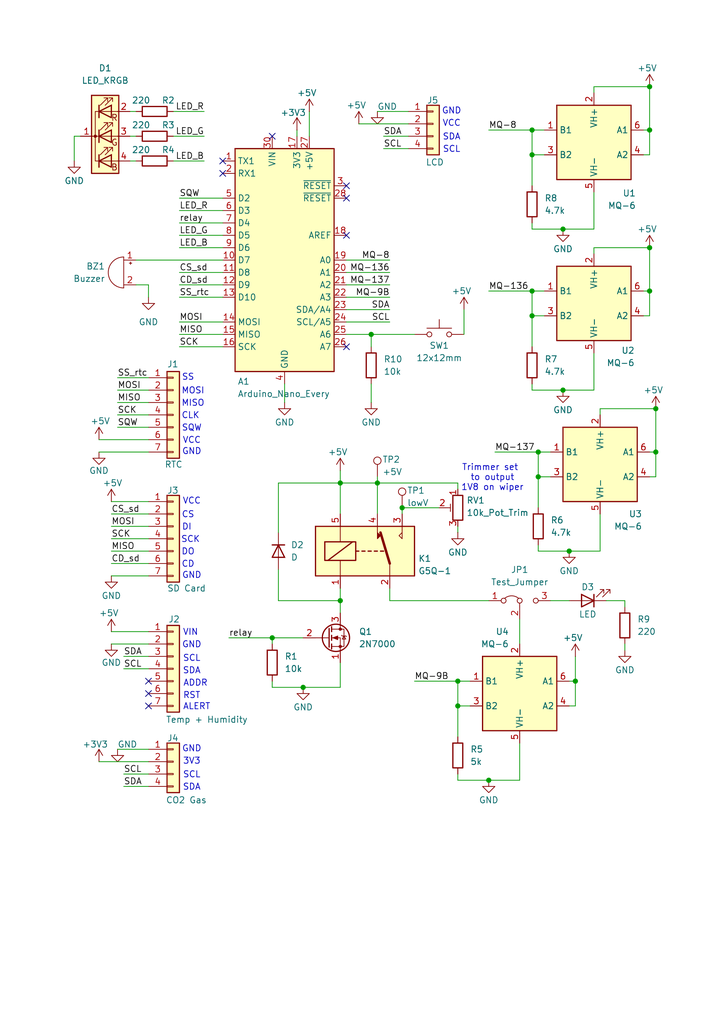
<source format=kicad_sch>
(kicad_sch (version 20231120) (generator "eeschema") (generator_version "8.0")
  (paper "A5" portrait)
  (title_block (title "Environmental Safety Logger") (date "2024-10-31") (rev "A") (company "FAST Research") (comment 1 "Cameron K. Brooks"))
  (lib_symbols
    (symbol "Connector:TestPoint" (pin_numbers hide) (pin_names (offset 0.762) hide)
      (property "Reference" "TP" (at 0 6.858 0))
      (property "Value" "TestPoint" (at 0 5.08 0))
      (symbol "TestPoint_0_1"
        (circle (center 0 3.302) (radius 0.762))
      )
      (symbol "TestPoint_1_1"
        (pin passive line (at 0 0 90) (length 2.54) (name "1") (number "1"))
      )
    )
    (symbol "Connector_Generic:Conn_01x04" (pin_names (offset 1.016) hide)
      (property "Reference" "J" (at 0 5.08 0))
      (property "Value" "Conn_01x04" (at 0 -7.62 0))
      (symbol "Conn_01x04_1_1"
        (rectangle (start -1.27 -4.953) (end 0 -5.207) (stroke (width 0.1524)))
        (rectangle (start -1.27 -2.413) (end 0 -2.667) (stroke (width 0.1524)))
        (rectangle (start -1.27 0.127) (end 0 -0.127) (stroke (width 0.1524)))
        (rectangle (start -1.27 2.667) (end 0 2.413) (stroke (width 0.1524)))
        (rectangle (start -1.27 3.81) (end 1.27 -6.35) (stroke (width 0.254)) (fill (type background)))
        (pin passive line (at -5.08 2.54 0) (length 3.81) (name "Pin_1") (number "1"))
        (pin passive line (at -5.08 0 0) (length 3.81) (name "Pin_2") (number "2"))
        (pin passive line (at -5.08 -2.54 0) (length 3.81) (name "Pin_3") (number "3"))
        (pin passive line (at -5.08 -5.08 0) (length 3.81) (name "Pin_4") (number "4"))
      )
    )
    (symbol "Connector_Generic:Conn_01x07" (pin_names (offset 1.016) hide)
      (property "Reference" "J" (at 0 10.16 0))
      (property "Value" "Conn_01x07" (at 0 -10.16 0))
      (symbol "Conn_01x07_1_1"
        (rectangle (start -1.27 -7.493) (end 0 -7.747) (stroke (width 0.1524)))
        (rectangle (start -1.27 -4.953) (end 0 -5.207) (stroke (width 0.1524)))
        (rectangle (start -1.27 -2.413) (end 0 -2.667) (stroke (width 0.1524)))
        (rectangle (start -1.27 0.127) (end 0 -0.127) (stroke (width 0.1524)))
        (rectangle (start -1.27 2.667) (end 0 2.413) (stroke (width 0.1524)))
        (rectangle (start -1.27 5.207) (end 0 4.953) (stroke (width 0.1524)))
        (rectangle (start -1.27 7.747) (end 0 7.493) (stroke (width 0.1524)))
        (rectangle (start -1.27 8.89) (end 1.27 -8.89) (stroke (width 0.254)) (fill (type background)))
        (pin passive line (at -5.08 7.62 0) (length 3.81) (name "Pin_1") (number "1"))
        (pin passive line (at -5.08 5.08 0) (length 3.81) (name "Pin_2") (number "2"))
        (pin passive line (at -5.08 2.54 0) (length 3.81) (name "Pin_3") (number "3"))
        (pin passive line (at -5.08 0 0) (length 3.81) (name "Pin_4") (number "4"))
        (pin passive line (at -5.08 -2.54 0) (length 3.81) (name "Pin_5") (number "5"))
        (pin passive line (at -5.08 -5.08 0) (length 3.81) (name "Pin_6") (number "6"))
        (pin passive line (at -5.08 -7.62 0) (length 3.81) (name "Pin_7") (number "7"))
      )
    )
    (symbol "Device:Buzzer" (pin_names (offset 0.0254) hide)
      (property "Reference" "BZ" (at 3.81 1.27 0))
      (property "Value" "Buzzer" (at 3.81 -1.27 0))
      (symbol "Buzzer_0_1"
        (arc (start 0 -3.175) (mid 3.1612 0) (end 0 3.175))
        (polyline (pts (xy -1.651 1.905) (xy -1.143 1.905)))
        (polyline (pts (xy -1.397 2.159) (xy -1.397 1.651)))
        (polyline (pts (xy 0 3.175) (xy 0 -3.175)))
      )
      (symbol "Buzzer_1_1"
        (pin passive line (at -2.54 2.54 0) (length 2.54) (name "+") (number "1"))
        (pin passive line (at -2.54 -2.54 0) (length 2.54) (name "-") (number "2"))
      )
    )
    (symbol "Device:D" (pin_numbers hide) (pin_names (offset 1.016) hide)
      (property "Reference" "D" (at 0 2.54 0))
      (property "Value" "D" (at 0 -2.54 0))
      (symbol "D_0_1"
        (polyline (pts (xy -1.27 1.27) (xy -1.27 -1.27)) (stroke (width 0.254)))
        (polyline (pts (xy 1.27 0) (xy -1.27 0)))
        (polyline (pts (xy 1.27 1.27) (xy 1.27 -1.27) (xy -1.27 0) (xy 1.27 1.27)) (stroke (width 0.254)))
      )
      (symbol "D_1_1"
        (pin passive line (at -3.81 0 0) (length 2.54) (name "K") (number "1"))
        (pin passive line (at 3.81 0 180) (length 2.54) (name "A") (number "2"))
      )
    )
    (symbol "Device:LED" (pin_numbers hide) (pin_names (offset 1.016) hide)
      (property "Reference" "D" (at 0 2.54 0))
      (property "Value" "LED" (at 0 -2.54 0))
      (symbol "LED_0_1"
        (polyline (pts (xy -1.27 -1.27) (xy -1.27 1.27)) (stroke (width 0.254)))
        (polyline (pts (xy -1.27 0) (xy 1.27 0)))
        (polyline (pts (xy 1.27 -1.27) (xy 1.27 1.27) (xy -1.27 0) (xy 1.27 -1.27)) (stroke (width 0.254)))
        (polyline (pts (xy -3.048 -0.762) (xy -4.572 -2.286) (xy -3.81 -2.286) (xy -4.572 -2.286) (xy -4.572 -1.524)))
        (polyline (pts (xy -1.778 -0.762) (xy -3.302 -2.286) (xy -2.54 -2.286) (xy -3.302 -2.286) (xy -3.302 -1.524)))
      )
      (symbol "LED_1_1"
        (pin passive line (at -3.81 0 0) (length 2.54) (name "K") (number "1"))
        (pin passive line (at 3.81 0 180) (length 2.54) (name "A") (number "2"))
      )
    )
    (symbol "Device:LED_KRGB" (pin_names (offset 0) hide)
      (property "Reference" "D" (at 0 9.398 0))
      (property "Value" "LED_KRGB" (at 0 -8.89 0))
      (symbol "LED_KRGB_0_0"
        (text "B" (at 1.905 -6.35 0) (effects (font (size 1.27 1.27))))
        (text "G" (at 1.905 -1.27 0) (effects (font (size 1.27 1.27))))
        (text "R" (at 1.905 3.81 0) (effects (font (size 1.27 1.27))))
      )
      (symbol "LED_KRGB_0_1"
        (circle (center -2.032 0) (radius 0.254) (fill (type outline)))
        (polyline (pts (xy -1.27 -5.08) (xy 1.27 -5.08)))
        (polyline (pts (xy -1.27 -3.81) (xy -1.27 -6.35)) (stroke (width 0.254)))
        (polyline (pts (xy -1.27 0) (xy -2.54 0)))
        (polyline (pts (xy -1.27 1.27) (xy -1.27 -1.27)) (stroke (width 0.254)))
        (polyline (pts (xy -1.27 5.08) (xy 1.27 5.08)))
        (polyline (pts (xy -1.27 6.35) (xy -1.27 3.81)) (stroke (width 0.254)))
        (polyline (pts (xy 1.27 -5.08) (xy 2.54 -5.08)))
        (polyline (pts (xy 1.27 0) (xy -1.27 0)))
        (polyline (pts (xy 1.27 0) (xy 2.54 0)))
        (polyline (pts (xy 1.27 5.08) (xy 2.54 5.08)))
        (polyline (pts (xy -1.27 1.27) (xy -1.27 -1.27) (xy -1.27 -1.27)))
        (polyline (pts (xy -1.27 6.35) (xy -1.27 3.81) (xy -1.27 3.81)))
        (polyline (pts (xy -1.27 5.08) (xy -2.032 5.08) (xy -2.032 -5.08) (xy -1.016 -5.08)))
        (polyline (pts (xy 1.27 -3.81) (xy 1.27 -6.35) (xy -1.27 -5.08) (xy 1.27 -3.81)) (stroke (width 0.254)))
        (polyline (pts (xy 1.27 1.27) (xy 1.27 -1.27) (xy -1.27 0) (xy 1.27 1.27)) (stroke (width 0.254)))
        (polyline (pts (xy 1.27 6.35) (xy 1.27 3.81) (xy -1.27 5.08) (xy 1.27 6.35)) (stroke (width 0.254)))
        (polyline (pts (xy -1.016 -3.81) (xy 0.508 -2.286) (xy -0.254 -2.286) (xy 0.508 -2.286) (xy 0.508 -3.048)))
        (polyline (pts (xy -1.016 1.27) (xy 0.508 2.794) (xy -0.254 2.794) (xy 0.508 2.794) (xy 0.508 2.032)))
        (polyline (pts (xy -1.016 6.35) (xy 0.508 7.874) (xy -0.254 7.874) (xy 0.508 7.874) (xy 0.508 7.112)))
        (polyline (pts (xy 0 -3.81) (xy 1.524 -2.286) (xy 0.762 -2.286) (xy 1.524 -2.286) (xy 1.524 -3.048)))
        (polyline (pts (xy 0 1.27) (xy 1.524 2.794) (xy 0.762 2.794) (xy 1.524 2.794) (xy 1.524 2.032)))
        (polyline (pts (xy 0 6.35) (xy 1.524 7.874) (xy 0.762 7.874) (xy 1.524 7.874) (xy 1.524 7.112)))
        (rectangle (start 1.27 -1.27) (end 1.27 1.27))
        (rectangle (start 1.27 1.27) (end 1.27 1.27))
        (rectangle (start 1.27 3.81) (end 1.27 6.35))
        (rectangle (start 1.27 6.35) (end 1.27 6.35))
        (rectangle (start 2.794 8.382) (end -2.794 -7.62) (stroke (width 0.254)) (fill (type background)))
      )
      (symbol "LED_KRGB_1_1"
        (pin passive line (at -5.08 0 0) (length 2.54) (name "K") (number "1"))
        (pin passive line (at 5.08 5.08 180) (length 2.54) (name "RA") (number "2"))
        (pin passive line (at 5.08 0 180) (length 2.54) (name "GA") (number "3"))
        (pin passive line (at 5.08 -5.08 180) (length 2.54) (name "BA") (number "4"))
      )
    )
    (symbol "Device:R" (pin_numbers hide) (pin_names (offset 0))
      (property "Reference" "R" (at 2.032 0 90))
      (property "Value" "R" (at 0 0 90))
      (symbol "R_0_1"
        (rectangle (start -1.016 -2.54) (end 1.016 2.54) (stroke (width 0.254)))
      )
      (symbol "R_1_1"
        (pin passive line (at 0 3.81 270) (length 1.27) (name "~") (number "1"))
        (pin passive line (at 0 -3.81 90) (length 1.27) (name "~") (number "2"))
      )
    )
    (symbol "Device:R_Potentiometer_Trim" (pin_names (offset 1.016) hide)
      (property "Reference" "RV" (at -4.445 0 90))
      (property "Value" "R_Potentiometer_Trim" (at -2.54 0 90))
      (symbol "R_Potentiometer_Trim_0_1"
        (polyline (pts (xy 1.524 0.762) (xy 1.524 -0.762)))
        (polyline (pts (xy 2.54 0) (xy 1.524 0)))
        (rectangle (start 1.016 2.54) (end -1.016 -2.54) (stroke (width 0.254)))
      )
      (symbol "R_Potentiometer_Trim_1_1"
        (pin passive line (at 0 3.81 270) (length 1.27) (name "1") (number "1"))
        (pin passive line (at 3.81 0 180) (length 1.27) (name "2") (number "2"))
        (pin passive line (at 0 -3.81 90) (length 1.27) (name "3") (number "3"))
      )
    )
    (symbol "Jumper:Jumper_3_Bridged12" (pin_names (offset 0) hide) (exclude_from_sim yes) (in_bom no)
      (property "Reference" "JP" (at -2.54 -2.54 0))
      (property "Value" "Jumper_3_Bridged12" (at 0 2.794 0))
      (symbol "Jumper_3_Bridged12_0_0"
        (circle (center -3.302 0) (radius 0.508))
        (circle (center 0 0) (radius 0.508))
        (circle (center 3.302 0) (radius 0.508))
      )
      (symbol "Jumper_3_Bridged12_0_1"
        (arc (start -0.254 0.508) (mid -1.651 0.9912) (end -3.048 0.508))
        (polyline (pts (xy 0 -1.27) (xy 0 -0.508)))
      )
      (symbol "Jumper_3_Bridged12_1_1"
        (pin passive line (at -6.35 0 0) (length 2.54) (name "A") (number "1"))
        (pin passive line (at 0 -3.81 90) (length 2.54) (name "C") (number "2"))
        (pin passive line (at 6.35 0 180) (length 2.54) (name "B") (number "3"))
      )
    )
    (symbol "MCU_Module:Arduino_Nano_Every"
      (property "Reference" "A" (at -10.16 23.495 0))
      (property "Value" "Arduino_Nano_Every" (at 5.08 -24.13 0))
      (symbol "Arduino_Nano_Every_0_1"
        (rectangle (start -10.16 22.86) (end 10.16 -22.86) (stroke (width 0.254)) (fill (type background)))
      )
      (symbol "Arduino_Nano_Every_1_1"
        (pin bidirectional line (at -12.7 20.32 0) (length 2.54) (name "TX1") (number "1"))
        (pin bidirectional line (at -12.7 0 0) (length 2.54) (name "D7") (number "10"))
        (pin bidirectional line (at -12.7 -2.54 0) (length 2.54) (name "D8") (number "11"))
        (pin bidirectional line (at -12.7 -5.08 0) (length 2.54) (name "D9") (number "12"))
        (pin bidirectional line (at -12.7 -7.62 0) (length 2.54) (name "D10") (number "13"))
        (pin bidirectional line (at -12.7 -12.7 0) (length 2.54) (name "MOSI") (number "14"))
        (pin bidirectional line (at -12.7 -15.24 0) (length 2.54) (name "MISO") (number "15"))
        (pin bidirectional line (at -12.7 -17.78 0) (length 2.54) (name "SCK") (number "16"))
        (pin power_out line (at 2.54 25.4 270) (length 2.54) (name "3V3") (number "17"))
        (pin input line (at 12.7 5.08 180) (length 2.54) (name "AREF") (number "18"))
        (pin bidirectional line (at 12.7 0 180) (length 2.54) (name "A0") (number "19"))
        (pin bidirectional line (at -12.7 17.78 0) (length 2.54) (name "RX1") (number "2"))
        (pin bidirectional line (at 12.7 -2.54 180) (length 2.54) (name "A1") (number "20"))
        (pin bidirectional line (at 12.7 -5.08 180) (length 2.54) (name "A2") (number "21"))
        (pin bidirectional line (at 12.7 -7.62 180) (length 2.54) (name "A3") (number "22"))
        (pin bidirectional line (at 12.7 -10.16 180) (length 2.54) (name "SDA/A4") (number "23"))
        (pin bidirectional line (at 12.7 -12.7 180) (length 2.54) (name "SCL/A5") (number "24"))
        (pin bidirectional line (at 12.7 -15.24 180) (length 2.54) (name "A6") (number "25"))
        (pin bidirectional line (at 12.7 -17.78 180) (length 2.54) (name "A7") (number "26"))
        (pin power_out line (at 5.08 25.4 270) (length 2.54) (name "+5V") (number "27"))
        (pin input line (at 12.7 12.7 180) (length 2.54) (name "~{RESET}") (number "28"))
        (pin passive line (at 0 -25.4 90) (length 2.54) hide (name "GND") (number "29"))
        (pin input line (at 12.7 15.24 180) (length 2.54) (name "~{RESET}") (number "3"))
        (pin power_in line (at -2.54 25.4 270) (length 2.54) (name "VIN") (number "30"))
        (pin power_in line (at 0 -25.4 90) (length 2.54) (name "GND") (number "4"))
        (pin bidirectional line (at -12.7 12.7 0) (length 2.54) (name "D2") (number "5"))
        (pin bidirectional line (at -12.7 10.16 0) (length 2.54) (name "D3") (number "6"))
        (pin bidirectional line (at -12.7 7.62 0) (length 2.54) (name "D4") (number "7"))
        (pin bidirectional line (at -12.7 5.08 0) (length 2.54) (name "D5") (number "8"))
        (pin bidirectional line (at -12.7 2.54 0) (length 2.54) (name "D6") (number "9"))
      )
    )
    (symbol "Relay:G5Q-1"
      (property "Reference" "K" (at 11.43 3.81 0))
      (property "Value" "G5Q-1" (at 11.43 1.27 0))
      (symbol "G5Q-1_0_0"
        (polyline (pts (xy 7.62 5.08) (xy 7.62 2.54) (xy 6.985 3.175) (xy 7.62 3.81)))
      )
      (symbol "G5Q-1_0_1"
        (rectangle (start -10.16 5.08) (end 10.16 -5.08) (stroke (width 0.254)) (fill (type background)))
        (rectangle (start -8.255 1.905) (end -1.905 -1.905) (stroke (width 0.254)))
        (polyline (pts (xy -7.62 -1.905) (xy -2.54 1.905)) (stroke (width 0.254)))
        (polyline (pts (xy -5.08 -5.08) (xy -5.08 -1.905)))
        (polyline (pts (xy -5.08 5.08) (xy -5.08 1.905)))
        (polyline (pts (xy -1.905 0) (xy -1.27 0)) (stroke (width 0.254)))
        (polyline (pts (xy -0.635 0) (xy 0 0)) (stroke (width 0.254)))
        (polyline (pts (xy 0.635 0) (xy 1.27 0)) (stroke (width 0.254)))
        (polyline (pts (xy 1.905 0) (xy 2.54 0)) (stroke (width 0.254)))
        (polyline (pts (xy 3.175 0) (xy 3.81 0)) (stroke (width 0.254)))
        (polyline (pts (xy 5.08 -2.54) (xy 3.175 3.81)) (stroke (width 0.508)))
        (polyline (pts (xy 5.08 -2.54) (xy 5.08 -5.08)))
        (polyline (pts (xy 2.54 5.08) (xy 2.54 2.54) (xy 3.175 3.175) (xy 2.54 3.81)) (fill (type outline)))
      )
      (symbol "G5Q-1_1_1"
        (pin passive line (at -5.08 -7.62 90) (length 2.54) (name "~") (number "1"))
        (pin passive line (at 5.08 -7.62 90) (length 2.54) (name "~") (number "2"))
        (pin passive line (at 7.62 7.62 270) (length 2.54) (name "~") (number "3"))
        (pin passive line (at 2.54 7.62 270) (length 2.54) (name "~") (number "4"))
        (pin passive line (at -5.08 7.62 270) (length 2.54) (name "~") (number "5"))
      )
    )
    (symbol "Sensor_Gas:MQ-6"
      (property "Reference" "U" (at -6.35 8.89 0))
      (property "Value" "MQ-6" (at 3.81 8.89 0))
      (symbol "MQ-6_0_1"
        (rectangle (start -7.62 7.62) (end 7.62 -7.62) (stroke (width 0.254)) (fill (type background)))
      )
      (symbol "MQ-6_1_1"
        (pin passive line (at 10.16 2.54 180) (length 2.54) (name "B1") (number "1"))
        (pin power_in line (at 0 10.16 270) (length 2.54) (name "VH+") (number "2"))
        (pin passive line (at 10.16 -2.54 180) (length 2.54) (name "B2") (number "3"))
        (pin passive line (at -10.16 -2.54 0) (length 2.54) (name "A2") (number "4"))
        (pin power_in line (at 0 -10.16 90) (length 2.54) (name "VH-") (number "5"))
        (pin passive line (at -10.16 2.54 0) (length 2.54) (name "A1") (number "6"))
      )
    )
    (symbol "SparkFun-Switch:SPST_Push_SMD_12x12mm_h8.5mm" (pin_numbers hide) (pin_names (offset 0) hide)
      (property "Reference" "SW" (at 0 5.08 0))
      (property "Value" "SMD_12x12mm_h8.5mm" (at 0 -2.54 0))
      (symbol "SPST_Push_SMD_12x12mm_h8.5mm_0_1"
        (circle (center -2.032 0) (radius 0.508))
        (polyline (pts (xy 0 1.27) (xy 0 3.048)))
        (polyline (pts (xy 2.54 1.27) (xy -2.54 1.27)))
        (circle (center 2.032 0) (radius 0.508))
      )
      (symbol "SPST_Push_SMD_12x12mm_h8.5mm_1_1"
        (pin passive line (at -5.08 0 0) (length 2.54) (name "1") (number "1"))
        (pin passive line (at 5.08 0 180) (length 2.54) (name "2") (number "2"))
      )
    )
    (symbol "Transistor_FET:2N7000" (pin_names hide)
      (property "Reference" "Q" (at 5.08 1.905 0))
      (property "Value" "2N7000" (at 5.08 0 0))
      (symbol "2N7000_0_1"
        (polyline (pts (xy 0.254 0) (xy -2.54 0)))
        (polyline (pts (xy 0.254 1.905) (xy 0.254 -1.905)) (stroke (width 0.254)))
        (polyline (pts (xy 0.762 -1.27) (xy 0.762 -2.286)) (stroke (width 0.254)))
        (polyline (pts (xy 0.762 0.508) (xy 0.762 -0.508)) (stroke (width 0.254)))
        (polyline (pts (xy 0.762 2.286) (xy 0.762 1.27)) (stroke (width 0.254)))
        (polyline (pts (xy 2.54 2.54) (xy 2.54 1.778)))
        (polyline (pts (xy 2.54 -2.54) (xy 2.54 0) (xy 0.762 0)))
        (polyline (pts (xy 0.762 -1.778) (xy 3.302 -1.778) (xy 3.302 1.778) (xy 0.762 1.778)))
        (polyline (pts (xy 1.016 0) (xy 2.032 0.381) (xy 2.032 -0.381) (xy 1.016 0)) (fill (type outline)))
        (polyline (pts (xy 2.794 0.508) (xy 2.921 0.381) (xy 3.683 0.381) (xy 3.81 0.254)))
        (polyline (pts (xy 3.302 0.381) (xy 2.921 -0.254) (xy 3.683 -0.254) (xy 3.302 0.381)))
        (circle (center 1.651 0) (radius 2.794) (stroke (width 0.254)))
        (circle (center 2.54 -1.778) (radius 0.254) (fill (type outline)))
        (circle (center 2.54 1.778) (radius 0.254) (fill (type outline)))
      )
      (symbol "2N7000_1_1"
        (pin passive line (at 2.54 -5.08 90) (length 2.54) (name "S") (number "1"))
        (pin input line (at -5.08 0 0) (length 2.54) (name "G") (number "2"))
        (pin passive line (at 2.54 5.08 270) (length 2.54) (name "D") (number "3"))
      )
    )
    (symbol "power:+3V3" (power) (pin_numbers hide) (pin_names (offset 0) hide)
      (property "Value" "+3V3" (at 0 3.556 0))
      (symbol "+3V3_0_1"
        (polyline (pts (xy -0.762 1.27) (xy 0 2.54)))
        (polyline (pts (xy 0 0) (xy 0 2.54)))
        (polyline (pts (xy 0 2.54) (xy 0.762 1.27)))
      )
      (symbol "+3V3_1_1"
        (pin power_in line (at 0 0 90) (length 0) (name "~") (number "1"))
      )
    )
    (symbol "power:+5V" (power) (pin_numbers hide) (pin_names (offset 0) hide)
      (property "Value" "+5V" (at 0 3.556 0))
      (symbol "+5V_0_1"
        (polyline (pts (xy -0.762 1.27) (xy 0 2.54)))
        (polyline (pts (xy 0 0) (xy 0 2.54)))
        (polyline (pts (xy 0 2.54) (xy 0.762 1.27)))
      )
      (symbol "+5V_1_1"
        (pin power_in line (at 0 0 90) (length 0) (name "~") (number "1"))
      )
    )
    (symbol "power:GND" (power) (pin_numbers hide) (pin_names (offset 0) hide)
      (property "Value" "GND" (at 0 -3.81 0))
      (symbol "GND_0_1"
        (polyline (pts (xy 0 0) (xy 0 -1.27) (xy 1.27 -1.27) (xy 0 -2.54) (xy -1.27 -1.27) (xy 0 -1.27)))
      )
      (symbol "GND_1_1"
        (pin power_in line (at 0 0 270) (length 0) (name "~") (number "1"))
      )
    )
  )
  (junction (at 109.22 26.67))
  (junction (at 133.35 50.8))
  (junction (at 93.98 144.78))
  (junction (at 118.11 139.7))
  (junction (at 82.55 104.14))
  (junction (at 110.49 97.79))
  (junction (at 133.35 26.67))
  (junction (at 109.22 59.69))
  (junction (at 134.62 83.82))
  (junction (at 77.47 99.06))
  (junction (at 76.2 68.58))
  (junction (at 100.33 160.02))
  (junction (at 93.98 139.7))
  (junction (at 109.22 31.75))
  (junction (at 115.57 46.99))
  (junction (at 55.88 130.81))
  (junction (at 116.84 113.03))
  (junction (at 69.85 123.19))
  (junction (at 115.57 80.01))
  (junction (at 110.49 92.71))
  (junction (at 134.62 92.71))
  (junction (at 69.85 99.06))
  (junction (at 133.35 17.78))
  (junction (at 62.23 140.97))
  (junction (at 109.22 64.77))
  (junction (at 133.35 59.69))
  (no_connect (at 71.12 71.12))
  (no_connect (at 30.48 139.7))
  (no_connect (at 45.72 35.56))
  (no_connect (at 30.48 142.24))
  (no_connect (at 45.72 33.02))
  (no_connect (at 71.12 48.26))
  (no_connect (at 71.12 38.1))
  (no_connect (at 30.48 144.78))
  (no_connect (at 71.12 40.64))
  (no_connect (at 55.88 27.94))
  (wire (pts (xy 41.91 33.02) (xy 35.56 33.02)))
  (wire (pts (xy 76.2 68.58) (xy 85.09 68.58)))
  (wire (pts (xy 76.2 82.55) (xy 76.2 78.74)))
  (wire (pts (xy 118.11 139.7) (xy 118.11 134.62)))
  (wire (pts (xy 110.49 97.79) (xy 110.49 104.14)))
  (wire (pts (xy 41.91 27.94) (xy 35.56 27.94)))
  (wire (pts (xy 20.32 156.21) (xy 30.48 156.21)))
  (wire (pts (xy 110.49 113.03) (xy 110.49 111.76)))
  (wire (pts (xy 93.98 139.7) (xy 93.98 144.78)))
  (wire (pts (xy 121.92 17.78) (xy 133.35 17.78)))
  (wire (pts (xy 30.48 92.71) (xy 20.32 92.71)))
  (wire (pts (xy 55.88 139.7) (xy 55.88 140.97)))
  (wire (pts (xy 25.4 134.62) (xy 30.48 134.62)))
  (wire (pts (xy 109.22 45.72) (xy 109.22 46.99)))
  (wire (pts (xy 121.92 46.99) (xy 121.92 39.37)))
  (wire (pts (xy 30.48 58.42) (xy 27.94 58.42)))
  (wire (pts (xy 22.86 115.57) (xy 30.48 115.57)))
  (wire (pts (xy 133.35 92.71) (xy 134.62 92.71)))
  (wire (pts (xy 109.22 64.77) (xy 109.22 71.12)))
  (wire (pts (xy 24.13 85.09) (xy 30.48 85.09)))
  (wire (pts (xy 57.15 99.06) (xy 69.85 99.06)))
  (wire (pts (xy 123.19 85.09) (xy 123.19 83.82)))
  (wire (pts (xy 109.22 26.67) (xy 100.33 26.67)))
  (wire (pts (xy 25.4 161.29) (xy 30.48 161.29)))
  (wire (pts (xy 128.27 133.35) (xy 128.27 132.08)))
  (wire (pts (xy 27.94 53.34) (xy 45.72 53.34)))
  (wire (pts (xy 77.47 22.86) (xy 83.82 22.86)))
  (wire (pts (xy 116.84 113.03) (xy 123.19 113.03)))
  (wire (pts (xy 109.22 59.69) (xy 100.33 59.69)))
  (wire (pts (xy 109.22 80.01) (xy 109.22 78.74)))
  (wire (pts (xy 36.83 48.26) (xy 45.72 48.26)))
  (wire (pts (xy 93.98 160.02) (xy 100.33 160.02)))
  (wire (pts (xy 15.24 27.94) (xy 15.24 33.02)))
  (wire (pts (xy 109.22 31.75) (xy 111.76 31.75)))
  (wire (pts (xy 55.88 140.97) (xy 62.23 140.97)))
  (wire (pts (xy 24.13 80.01) (xy 30.48 80.01)))
  (wire (pts (xy 106.68 127) (xy 106.68 132.08)))
  (wire (pts (xy 22.86 129.54) (xy 30.48 129.54)))
  (wire (pts (xy 30.48 90.17) (xy 20.32 90.17)))
  (wire (pts (xy 133.35 97.79) (xy 134.62 97.79)))
  (wire (pts (xy 36.83 71.12) (xy 45.72 71.12)))
  (wire (pts (xy 57.15 116.84) (xy 57.15 123.19)))
  (wire (pts (xy 80.01 123.19) (xy 80.01 120.65)))
  (wire (pts (xy 121.92 19.05) (xy 121.92 17.78)))
  (wire (pts (xy 118.11 144.78) (xy 118.11 139.7)))
  (wire (pts (xy 111.76 59.69) (xy 109.22 59.69)))
  (wire (pts (xy 24.13 77.47) (xy 30.48 77.47)))
  (wire (pts (xy 30.48 102.87) (xy 22.86 102.87)))
  (wire (pts (xy 71.12 55.88) (xy 80.01 55.88)))
  (wire (pts (xy 69.85 123.19) (xy 69.85 125.73)))
  (wire (pts (xy 134.62 92.71) (xy 134.62 83.82)))
  (wire (pts (xy 71.12 63.5) (xy 80.01 63.5)))
  (wire (pts (xy 132.08 31.75) (xy 133.35 31.75)))
  (wire (pts (xy 115.57 80.01) (xy 121.92 80.01)))
  (wire (pts (xy 93.98 144.78) (xy 93.98 151.13)))
  (wire (pts (xy 69.85 99.06) (xy 69.85 105.41)))
  (wire (pts (xy 24.13 153.67) (xy 30.48 153.67)))
  (wire (pts (xy 111.76 26.67) (xy 109.22 26.67)))
  (wire (pts (xy 22.86 113.03) (xy 30.48 113.03)))
  (wire (pts (xy 36.83 43.18) (xy 45.72 43.18)))
  (wire (pts (xy 36.83 40.64) (xy 45.72 40.64)))
  (wire (pts (xy 93.98 160.02) (xy 93.98 158.75)))
  (wire (pts (xy 82.55 105.41) (xy 82.55 104.14)))
  (wire (pts (xy 69.85 120.65) (xy 69.85 123.19)))
  (wire (pts (xy 106.68 152.4) (xy 106.68 160.02)))
  (wire (pts (xy 93.98 144.78) (xy 96.52 144.78)))
  (wire (pts (xy 123.19 105.41) (xy 123.19 113.03)))
  (wire (pts (xy 110.49 97.79) (xy 113.03 97.79)))
  (wire (pts (xy 71.12 58.42) (xy 80.01 58.42)))
  (wire (pts (xy 26.67 33.02) (xy 27.94 33.02)))
  (wire (pts (xy 58.42 82.55) (xy 58.42 78.74)))
  (wire (pts (xy 100.33 160.02) (xy 106.68 160.02)))
  (wire (pts (xy 133.35 59.69) (xy 133.35 50.8)))
  (wire (pts (xy 77.47 99.06) (xy 77.47 105.41)))
  (wire (pts (xy 69.85 96.52) (xy 69.85 99.06)))
  (wire (pts (xy 132.08 26.67) (xy 133.35 26.67)))
  (wire (pts (xy 133.35 64.77) (xy 133.35 59.69)))
  (wire (pts (xy 73.66 25.4) (xy 83.82 25.4)))
  (wire (pts (xy 109.22 26.67) (xy 109.22 31.75)))
  (wire (pts (xy 22.86 132.08) (xy 30.48 132.08)))
  (wire (pts (xy 134.62 97.79) (xy 134.62 92.71)))
  (wire (pts (xy 36.83 60.96) (xy 45.72 60.96)))
  (wire (pts (xy 71.12 60.96) (xy 80.01 60.96)))
  (wire (pts (xy 82.55 104.14) (xy 90.17 104.14)))
  (wire (pts (xy 46.99 130.81) (xy 55.88 130.81)))
  (wire (pts (xy 24.13 82.55) (xy 30.48 82.55)))
  (wire (pts (xy 96.52 139.7) (xy 93.98 139.7)))
  (wire (pts (xy 71.12 53.34) (xy 80.01 53.34)))
  (wire (pts (xy 24.13 87.63) (xy 30.48 87.63)))
  (wire (pts (xy 113.03 123.19) (xy 116.84 123.19)))
  (wire (pts (xy 71.12 66.04) (xy 80.01 66.04)))
  (wire (pts (xy 78.74 30.48) (xy 83.82 30.48)))
  (wire (pts (xy 115.57 46.99) (xy 121.92 46.99)))
  (wire (pts (xy 93.98 139.7) (xy 85.09 139.7)))
  (wire (pts (xy 57.15 123.19) (xy 69.85 123.19)))
  (wire (pts (xy 26.67 27.94) (xy 27.94 27.94)))
  (wire (pts (xy 41.91 22.86) (xy 35.56 22.86)))
  (wire (pts (xy 133.35 31.75) (xy 133.35 26.67)))
  (wire (pts (xy 109.22 31.75) (xy 109.22 38.1)))
  (wire (pts (xy 71.12 68.58) (xy 76.2 68.58)))
  (wire (pts (xy 76.2 71.12) (xy 76.2 68.58)))
  (wire (pts (xy 55.88 132.08) (xy 55.88 130.81)))
  (wire (pts (xy 121.92 72.39) (xy 121.92 80.01)))
  (wire (pts (xy 69.85 140.97) (xy 69.85 135.89)))
  (wire (pts (xy 110.49 113.03) (xy 116.84 113.03)))
  (wire (pts (xy 36.83 50.8) (xy 45.72 50.8)))
  (wire (pts (xy 132.08 64.77) (xy 133.35 64.77)))
  (wire (pts (xy 36.83 66.04) (xy 45.72 66.04)))
  (wire (pts (xy 22.86 105.41) (xy 30.48 105.41)))
  (wire (pts (xy 36.83 45.72) (xy 45.72 45.72)))
  (wire (pts (xy 77.47 99.06) (xy 93.98 99.06)))
  (wire (pts (xy 69.85 140.97) (xy 62.23 140.97)))
  (wire (pts (xy 121.92 52.07) (xy 121.92 50.8)))
  (wire (pts (xy 109.22 46.99) (xy 115.57 46.99)))
  (wire (pts (xy 109.22 64.77) (xy 111.76 64.77)))
  (wire (pts (xy 36.83 68.58) (xy 45.72 68.58)))
  (wire (pts (xy 124.46 123.19) (xy 128.27 123.19)))
  (wire (pts (xy 116.84 139.7) (xy 118.11 139.7)))
  (wire (pts (xy 132.08 59.69) (xy 133.35 59.69)))
  (wire (pts (xy 110.49 92.71) (xy 101.6 92.71)))
  (wire (pts (xy 25.4 137.16) (xy 30.48 137.16)))
  (wire (pts (xy 36.83 55.88) (xy 45.72 55.88)))
  (wire (pts (xy 123.19 83.82) (xy 134.62 83.82)))
  (wire (pts (xy 93.98 109.22) (xy 93.98 107.95)))
  (wire (pts (xy 30.48 60.96) (xy 30.48 58.42)))
  (wire (pts (xy 63.5 22.86) (xy 63.5 27.94)))
  (wire (pts (xy 36.83 58.42) (xy 45.72 58.42)))
  (wire (pts (xy 16.51 27.94) (xy 15.24 27.94)))
  (wire (pts (xy 25.4 158.75) (xy 30.48 158.75)))
  (wire (pts (xy 55.88 130.81) (xy 62.23 130.81)))
  (wire (pts (xy 128.27 123.19) (xy 128.27 124.46)))
  (wire (pts (xy 69.85 99.06) (xy 77.47 99.06)))
  (wire (pts (xy 22.86 107.95) (xy 30.48 107.95)))
  (wire (pts (xy 109.22 59.69) (xy 109.22 64.77)))
  (wire (pts (xy 60.96 26.67) (xy 60.96 27.94)))
  (wire (pts (xy 109.22 80.01) (xy 115.57 80.01)))
  (wire (pts (xy 121.92 50.8) (xy 133.35 50.8)))
  (wire (pts (xy 80.01 123.19) (xy 100.33 123.19)))
  (wire (pts (xy 30.48 118.11) (xy 22.86 118.11)))
  (wire (pts (xy 93.98 99.06) (xy 93.98 100.33)))
  (wire (pts (xy 57.15 109.22) (xy 57.15 99.06)))
  (wire (pts (xy 133.35 26.67) (xy 133.35 17.78)))
  (wire (pts (xy 95.25 63.5) (xy 95.25 68.58)))
  (wire (pts (xy 26.67 22.86) (xy 27.94 22.86)))
  (wire (pts (xy 116.84 144.78) (xy 118.11 144.78)))
  (wire (pts (xy 113.03 92.71) (xy 110.49 92.71)))
  (wire (pts (xy 22.86 110.49) (xy 30.48 110.49)))
  (wire (pts (xy 78.74 27.94) (xy 83.82 27.94)))
  (wire (pts (xy 77.47 97.79) (xy 77.47 99.06)))
  (wire (pts (xy 110.49 92.71) (xy 110.49 97.79)))
  (text "SQW" (at 39.37 87.884 0) (effects (font (size 1.27 1.27))))
  (text "VCC" (at 39.37 90.424 0) (effects (font (size 1.27 1.27))))
  (text "Trimmer set \nto output\n1V8 on wiper" (at 101.092 98.044 0) (effects (font (size 1.27 1.27))))
  (text "VCC" (at 92.71 25.4 0) (effects (font (size 1.27 1.27))))
  (text "VCC" (at 39.37 102.87 0) (effects (font (size 1.27 1.27))))
  (text "ADDR" (at 40.132 140.208 0) (effects (font (size 1.27 1.27))))
  (text "CLK" (at 39.116 85.344 0) (effects (font (size 1.27 1.27))))
  (text "GND" (at 39.37 153.67 0) (effects (font (size 1.27 1.27))))
  (text "VIN" (at 39.116 129.794 0) (effects (font (size 1.27 1.27))))
  (text "SDA" (at 92.71 28.194 0) (effects (font (size 1.27 1.27))))
  (text "SCL" (at 39.37 159.004 0) (effects (font (size 1.27 1.27))))
  (text "SCK" (at 39.116 110.744 0) (effects (font (size 1.27 1.27))))
  (text "RST" (at 39.37 142.748 0) (effects (font (size 1.27 1.27))))
  (text "MISO" (at 39.624 82.804 0) (effects (font (size 1.27 1.27))))
  (text "GND" (at 39.37 92.71 0) (effects (font (size 1.27 1.27))))
  (text "SDA" (at 39.37 137.668 0) (effects (font (size 1.27 1.27))))
  (text "GND" (at 39.37 132.334 0) (effects (font (size 1.27 1.27))))
  (text "CS" (at 38.608 105.664 0) (effects (font (size 1.27 1.27))))
  (text "MOSI" (at 39.624 80.264 0) (effects (font (size 1.27 1.27))))
  (text "ALERT" (at 40.386 145.034 0) (effects (font (size 1.27 1.27))))
  (text "DO" (at 38.608 113.284 0) (effects (font (size 1.27 1.27))))
  (text "SS" (at 38.608 77.47 0) (effects (font (size 1.27 1.27))))
  (text "SCL" (at 39.37 135.128 0) (effects (font (size 1.27 1.27))))
  (text "SDA" (at 39.37 161.544 0) (effects (font (size 1.27 1.27))))
  (text "3V3" (at 39.37 156.21 0) (effects (font (size 1.27 1.27))))
  (text "SCL" (at 92.71 30.734 0) (effects (font (size 1.27 1.27))))
  (text "GND" (at 39.37 118.11 0) (effects (font (size 1.27 1.27))))
  (text "DI" (at 38.354 108.204 0) (effects (font (size 1.27 1.27))))
  (text "CD" (at 38.608 115.824 0) (effects (font (size 1.27 1.27))))
  (text "GND" (at 92.71 22.86 0) (effects (font (size 1.27 1.27))))
  (label "CS_sd" (at 22.86 105.41 0))
  (label "MQ-137" (at 101.6 92.71 0))
  (label "MQ-8" (at 100.33 26.67 0))
  (label "CD_sd" (at 36.83 58.42 0))
  (label "LED_G" (at 41.91 27.94 180))
  (label "MOSI" (at 24.13 80.01 0))
  (label "LED_R" (at 41.91 22.86 180))
  (label "SCL" (at 80.01 66.04 180))
  (label "SCL" (at 25.4 158.75 0))
  (label "MQ-9B" (at 85.09 139.7 0))
  (label "SCL" (at 78.74 30.48 0))
  (label "SCK" (at 22.86 110.49 0))
  (label "relay" (at 46.99 130.81 0))
  (label "MISO" (at 22.86 113.03 0))
  (label "MQ-136" (at 100.33 59.69 0))
  (label "MISO" (at 24.13 82.55 0))
  (label "MQ-136" (at 80.01 55.88 180))
  (label "LED_B" (at 36.83 50.8 0))
  (label "SS_rtc" (at 36.83 60.96 0))
  (label "SDA" (at 25.4 161.29 0))
  (label "CD_sd" (at 22.86 115.57 0))
  (label "LED_R" (at 36.83 43.18 0))
  (label "SDA" (at 80.01 63.5 180))
  (label "MQ-137" (at 80.01 58.42 180))
  (label "SDA" (at 78.74 27.94 0))
  (label "SQW" (at 36.83 40.64 0))
  (label "LED_B" (at 41.91 33.02 180))
  (label "SCK" (at 24.13 85.09 0))
  (label "MOSI" (at 36.83 66.04 0))
  (label "MQ-8" (at 80.01 53.34 180))
  (label "LED_G" (at 36.83 48.26 0))
  (label "SDA" (at 25.4 134.62 0))
  (label "relay" (at 36.83 45.72 0))
  (label "SS_rtc" (at 24.13 77.47 0))
  (label "CS_sd" (at 36.83 55.88 0))
  (label "SCK" (at 36.83 71.12 0))
  (label "SQW" (at 24.13 87.63 0))
  (label "SCL" (at 25.4 137.16 0))
  (label "MQ-9B" (at 80.01 60.96 180))
  (label "MOSI" (at 22.86 107.95 0))
  (label "MISO" (at 36.83 68.58 0))
  (symbol (lib_id "power:GND") (at 20.32 92.71 0) (mirror y) (unit 1)
    (property "Reference" "#PWR07" (effects (hide yes)))
    (property "Value" "GND" (at 20.32 96.52 0))
    (property "Description" "Power symbol creates a global label with name \"GND\" , ground" (effects (hide yes)))
  )
  (symbol (lib_id "power:GND") (at 115.57 46.99 0) (unit 1)
    (property "Reference" "#PWR024" (effects (hide yes)))
    (property "Value" "GND" (at 115.57 51.054 0))
    (property "Description" "Power symbol creates a global label with name \"GND\" , ground" (effects (hide yes)))
  )
  (symbol (lib_id "Sensor_Gas:MQ-6") (at 121.92 62.23 0) (mirror y) (unit 1)
    (property "Reference" "U2" (at 130.302 71.882 0) (effects (justify left)))
    (property "Value" "MQ-6" (at 130.302 74.422 0) (effects (justify left)))
    (property "Footprint" "Sensor:MQ-6" (effects (hide yes)))
    (property "Datasheet" "https://www.winsen-sensor.com/d/files/semiconductor/mq-6.pdf" (effects (hide yes)))
    (property "Description" "Semiconductor Sensor for Flammable Gas" (effects (hide yes)))
  )
  (symbol (lib_id "power:+3V3") (at 60.96 26.67 0) (unit 1)
    (property "Reference" "#PWR08" (effects (hide yes)))
    (property "Value" "+3V3" (at 60.198 23.114 0))
    (property "Description" "Power symbol creates a global label with name \"+3V3\"" (effects (hide yes)))
  )
  (symbol (lib_id "power:+3V3") (at 20.32 156.21 0) (unit 1)
    (property "Reference" "#PWR09" (effects (hide yes)))
    (property "Value" "+3V3" (at 19.558 152.654 0))
    (property "Description" "Power symbol creates a global label with name \"+3V3\"" (effects (hide yes)))
  )
  (symbol (lib_id "power:GND") (at 15.24 33.02 0) (mirror y) (unit 1)
    (property "Reference" "#PWR013" (effects (hide yes)))
    (property "Value" "GND" (at 15.24 37.084 0))
    (property "Description" "Power symbol creates a global label with name \"GND\" , ground" (effects (hide yes)))
  )
  (symbol (lib_id "power:GND") (at 100.33 160.02 0) (unit 1)
    (property "Reference" "#PWR022" (effects (hide yes)))
    (property "Value" "GND" (at 100.33 164.084 0))
    (property "Description" "Power symbol creates a global label with name \"GND\" , ground" (effects (hide yes)))
  )
  (symbol (lib_id "Device:R_Potentiometer_Trim") (at 93.98 104.14 0) (mirror y) (unit 1)
    (property "Reference" "RV1" (at 95.758 102.616 0) (effects (justify right)))
    (property "Value" "10k_Pot_Trim" (at 95.758 105.156 0) (effects (justify right)))
    (property "Description" "Trim-potentiometer" (effects (hide yes)))
  )
  (symbol (lib_id "power:GND") (at 93.98 109.22 0) (unit 1)
    (property "Reference" "#PWR015" (effects (hide yes)))
    (property "Value" "GND" (at 93.98 113.284 0))
    (property "Description" "Power symbol creates a global label with name \"GND\" , ground" (effects (hide yes)))
  )
  (symbol (lib_id "power:GND") (at 115.57 80.01 0) (unit 1)
    (property "Reference" "#PWR023" (effects (hide yes)))
    (property "Value" "GND" (at 115.57 84.074 0))
    (property "Description" "Power symbol creates a global label with name \"GND\" , ground" (effects (hide yes)))
  )
  (symbol (lib_id "SparkFun-Switch:SPST_Push_SMD_12x12mm_h8.5mm") (at 90.17 68.58 0) (unit 1)
    (property "Reference" "SW1" (at 90.17 70.866 0))
    (property "Value" "12x12mm" (at 90.17 73.406 0))
    (property "Footprint" "SparkFun-Switch:Push_SMD_12x12mm" (effects (hide yes)))
    (property "Datasheet" "https://cdn.sparkfun.com/datasheets/Components/Switches/N301102.pdf" (effects (hide yes)))
    (property "Description" "Single Pole Single Throw (SPST) switch" (effects (hide yes)))
    (property "PROD_ID" "SWCH-11967" (effects (hide yes)))
    (property "Mfg Part#" "EG4904TR-ND" (effects (hide yes)))
  )
  (symbol (lib_id "Device:R") (at 110.49 107.95 0) (unit 1)
    (property "Reference" "R6" (at 113.03 106.6799 0) (effects (justify left)))
    (property "Value" "4.7k" (at 113.03 109.2199 0) (effects (justify left)))
    (property "Description" "Resistor" (effects (hide yes)))
  )
  (symbol (lib_id "power:+5V") (at 134.62 83.82 0) (unit 1)
    (property "Reference" "#PWR020" (effects (hide yes)))
    (property "Value" "+5V" (at 134.112 80.01 0))
    (property "Description" "Power symbol creates a global label with name \"+5V\"" (effects (hide yes)))
  )
  (symbol (lib_id "Connector_Generic:Conn_01x04") (at 88.9 25.4 0) (unit 1)
    (property "Reference" "J5" (at 87.63 20.574 0) (effects (justify left)))
    (property "Value" "LCD" (at 87.376 33.274 0) (effects (justify left)))
    (property "Description" "Generic connector, single row, 01x04, script generated (kicad-library-utils/schlib/autogen/connector/)" (effects (hide yes)))
  )
  (symbol (lib_id "power:+5V") (at 133.35 17.78 0) (unit 1)
    (property "Reference" "#PWR018" (effects (hide yes)))
    (property "Value" "+5V" (at 132.842 13.97 0))
    (property "Description" "Power symbol creates a global label with name \"+5V\"" (effects (hide yes)))
  )
  (symbol (lib_id "power:+5V") (at 22.86 102.87 0) (unit 1)
    (property "Reference" "#PWR04" (effects (hide yes)))
    (property "Value" "+5V" (at 23.114 99.06 0))
    (property "Description" "Power symbol creates a global label with name \"+5V\"" (effects (hide yes)))
  )
  (symbol (lib_id "Device:R") (at 31.75 33.02 270) (mirror x) (unit 1)
    (property "Reference" "R4" (at 34.544 30.734 90))
    (property "Value" "220" (at 28.956 30.734 90))
    (property "Description" "Resistor" (effects (hide yes)))
  )
  (symbol (lib_id "Sensor_Gas:MQ-6") (at 106.68 142.24 0) (mirror y) (unit 1)
    (property "Reference" "U4" (at 104.4859 129.54 0) (effects (justify left)))
    (property "Value" "MQ-6" (at 104.4859 132.08 0) (effects (justify left)))
    (property "Footprint" "Sensor:MQ-6" (effects (hide yes)))
    (property "Datasheet" "https://www.winsen-sensor.com/d/files/semiconductor/mq-6.pdf" (effects (hide yes)))
    (property "Description" "Semiconductor Sensor for Flammable Gas" (effects (hide yes)))
  )
  (symbol (lib_id "Connector_Generic:Conn_01x07") (at 35.56 137.16 0) (unit 1)
    (property "Reference" "J2" (at 34.544 127 0) (effects (justify left)))
    (property "Value" "Temp + Humidity" (at 34.036 147.574 0) (effects (justify left)))
    (property "Description" "Generic connector, single row, 01x07, script generated (kicad-library-utils/schlib/autogen/connector/)" (effects (hide yes)))
  )
  (symbol (lib_id "Device:R") (at 128.27 128.27 0) (unit 1)
    (property "Reference" "R9" (at 130.81 126.9999 0) (effects (justify left)))
    (property "Value" "220" (at 130.81 129.5399 0) (effects (justify left)))
    (property "Description" "Resistor" (effects (hide yes)))
  )
  (symbol (lib_id "power:GND") (at 58.42 82.55 0) (unit 1)
    (property "Reference" "#PWR02" (effects (hide yes)))
    (property "Value" "GND" (at 58.42 86.614 0))
    (property "Description" "Power symbol creates a global label with name \"GND\" , ground" (effects (hide yes)))
  )
  (symbol (lib_id "Relay:G5Q-1") (at 74.93 113.03 0) (unit 1)
    (property "Reference" "K1" (at 85.852 114.554 0) (effects (justify left)))
    (property "Value" "G5Q-1" (at 85.852 117.094 0) (effects (justify left)))
    (property "Footprint" "Relay_THT:Relay_SPDT_Omron-G5Q-1" (effects (hide yes)))
    (property "Datasheet" "https://www.omron.com/ecb/products/pdf/en-g5q.pdf" (effects (hide yes)))
    (property "Description" "Omron G5G relay, Miniature Single Pole, SPDT, 10A" (effects (hide yes)))
  )
  (symbol (lib_id "Device:R") (at 109.22 74.93 0) (unit 1)
    (property "Reference" "R7" (at 111.76 73.6599 0) (effects (justify left)))
    (property "Value" "4.7k" (at 111.76 76.1999 0) (effects (justify left)))
    (property "Description" "Resistor" (effects (hide yes)))
  )
  (symbol (lib_id "Device:D") (at 57.15 113.03 270) (unit 1)
    (property "Reference" "D2" (at 59.69 111.7599 90) (effects (justify left)))
    (property "Value" "D" (at 59.69 114.2999 90) (effects (justify left)))
    (property "Description" "Diode" (effects (hide yes)))
    (property "Sim.Device" "D" (effects (hide yes)))
    (property "Sim.Pins" "1=K 2=A" (effects (hide yes)))
  )
  (symbol (lib_id "power:+5V") (at 69.85 96.52 0) (unit 1)
    (property "Reference" "#PWR012" (effects (hide yes)))
    (property "Value" "+5V" (at 69.342 92.71 0))
    (property "Description" "Power symbol creates a global label with name \"+5V\"" (effects (hide yes)))
  )
  (symbol (lib_id "Device:R") (at 31.75 22.86 270) (mirror x) (unit 1)
    (property "Reference" "R2" (at 34.544 20.574 90))
    (property "Value" "220" (at 28.956 20.574 90))
    (property "Description" "Resistor" (effects (hide yes)))
  )
  (symbol (lib_id "power:GND") (at 76.2 82.55 0) (unit 1)
    (property "Reference" "#PWR029" (effects (hide yes)))
    (property "Value" "GND" (at 76.2 86.614 0))
    (property "Description" "Power symbol creates a global label with name \"GND\" , ground" (effects (hide yes)))
  )
  (symbol (lib_id "power:+5V") (at 95.25 63.5 0) (unit 1)
    (property "Reference" "#PWR014" (effects (hide yes)))
    (property "Value" "+5V" (at 94.742 59.69 0))
    (property "Description" "Power symbol creates a global label with name \"+5V\"" (effects (hide yes)))
  )
  (symbol (lib_id "Device:LED") (at 120.65 123.19 180) (unit 1)
    (property "Reference" "D3" (at 120.65 120.396 0))
    (property "Value" "LED" (at 120.65 125.984 0))
    (property "Description" "Light emitting diode" (effects (hide yes)))
  )
  (symbol (lib_id "power:+5V") (at 20.32 90.17 0) (unit 1)
    (property "Reference" "#PWR06" (effects (hide yes)))
    (property "Value" "+5V" (at 20.574 86.36 0))
    (property "Description" "Power symbol creates a global label with name \"+5V\"" (effects (hide yes)))
  )
  (symbol (lib_id "power:+5V") (at 118.11 134.62 0) (unit 1)
    (property "Reference" "#PWR025" (effects (hide yes)))
    (property "Value" "+5V" (at 117.602 130.81 0))
    (property "Description" "Power symbol creates a global label with name \"+5V\"" (effects (hide yes)))
  )
  (symbol (lib_id "Connector_Generic:Conn_01x04") (at 35.56 156.21 0) (unit 1)
    (property "Reference" "J4" (at 34.29 151.384 0) (effects (justify left)))
    (property "Value" "CO2 Gas" (at 34.036 164.084 0) (effects (justify left)))
    (property "Description" "Generic connector, single row, 01x04, script generated (kicad-library-utils/schlib/autogen/connector/)" (effects (hide yes)))
  )
  (symbol (lib_id "Connector_Generic:Conn_01x07") (at 35.56 85.09 0) (unit 1)
    (property "Reference" "J1" (at 34.29 74.676 0) (effects (justify left)))
    (property "Value" "RTC" (at 33.782 95.25 0) (effects (justify left)))
    (property "Description" "Generic connector, single row, 01x07, script generated (kicad-library-utils/schlib/autogen/connector/)" (effects (hide yes)))
  )
  (symbol (lib_id "power:GND") (at 116.84 113.03 0) (unit 1)
    (property "Reference" "#PWR021" (effects (hide yes)))
    (property "Value" "GND" (at 116.84 117.094 0))
    (property "Description" "Power symbol creates a global label with name \"GND\" , ground" (effects (hide yes)))
  )
  (symbol (lib_id "power:GND") (at 22.86 132.08 0) (unit 1)
    (property "Reference" "#PWR017" (effects (hide yes)))
    (property "Value" "GND" (at 22.86 135.89 0))
    (property "Description" "Power symbol creates a global label with name \"GND\" , ground" (effects (hide yes)))
  )
  (symbol (lib_id "Jumper:Jumper_3_Bridged12") (at 106.68 123.19 0) (unit 1) (exclude_from_sim yes) (in_bom no)
    (property "Reference" "JP1" (at 106.68 116.84 0))
    (property "Value" "Test_Jumper" (at 106.68 119.38 0))
    (property "Description" "Jumper, 3-pole, pins 1+2 closed/bridged" (effects (hide yes)))
  )
  (symbol (lib_id "Connector:TestPoint") (at 77.47 97.79 0) (unit 1)
    (property "Reference" "TP2" (at 78.486 94.234 0) (effects (justify left)))
    (property "Value" "+5V" (at 78.486 96.774 0) (effects (justify left)))
    (property "Description" "test point" (effects (hide yes)))
  )
  (symbol (lib_id "Device:R") (at 55.88 135.89 0) (unit 1)
    (property "Reference" "R1" (at 58.42 134.6199 0) (effects (justify left)))
    (property "Value" "10k" (at 58.42 137.1599 0) (effects (justify left)))
    (property "Description" "Resistor" (effects (hide yes)))
  )
  (symbol (lib_id "Device:Buzzer") (at 25.4 55.88 0) (mirror y) (unit 1)
    (property "Reference" "BZ1" (at 21.59 54.6099 0) (effects (justify left)))
    (property "Value" "Buzzer" (at 21.59 57.1499 0) (effects (justify left)))
    (property "Description" "Buzzer, polarized" (effects (hide yes)))
  )
  (symbol (lib_id "Device:R") (at 109.22 41.91 0) (unit 1)
    (property "Reference" "R8" (at 111.76 40.6399 0) (effects (justify left)))
    (property "Value" "4.7k" (at 111.76 43.1799 0) (effects (justify left)))
    (property "Description" "Resistor" (effects (hide yes)))
  )
  (symbol (lib_id "Connector_Generic:Conn_01x07") (at 35.56 110.49 0) (unit 1)
    (property "Reference" "J3" (at 34.29 100.584 0) (effects (justify left)))
    (property "Value" "SD Card" (at 34.29 120.65 0) (effects (justify left)))
    (property "Description" "Generic connector, single row, 01x07, script generated (kicad-library-utils/schlib/autogen/connector/)" (effects (hide yes)))
  )
  (symbol (lib_id "power:+5V") (at 73.66 25.4 0) (unit 1)
    (property "Reference" "#PWR027" (effects (hide yes)))
    (property "Value" "+5V" (at 73.152 21.59 0))
    (property "Description" "Power symbol creates a global label with name \"+5V\"" (effects (hide yes)))
  )
  (symbol (lib_id "power:+5V") (at 22.86 129.54 0) (unit 1)
    (property "Reference" "#PWR016" (effects (hide yes)))
    (property "Value" "+5V" (at 22.352 125.73 0))
    (property "Description" "Power symbol creates a global label with name \"+5V\"" (effects (hide yes)))
  )
  (symbol (lib_id "Sensor_Gas:MQ-6") (at 123.19 95.25 0) (mirror y) (unit 1)
    (property "Reference" "U3" (at 131.826 105.41 0) (effects (justify left)))
    (property "Value" "MQ-6" (at 131.826 107.95 0) (effects (justify left)))
    (property "Footprint" "Sensor:MQ-6" (effects (hide yes)))
    (property "Datasheet" "https://www.winsen-sensor.com/d/files/semiconductor/mq-6.pdf" (effects (hide yes)))
    (property "Description" "Semiconductor Sensor for Flammable Gas" (effects (hide yes)))
  )
  (symbol (lib_id "Transistor_FET:2N7000") (at 67.31 130.81 0) (unit 1)
    (property "Reference" "Q1" (at 73.66 129.5399 0) (effects (justify left)))
    (property "Value" "2N7000" (at 73.66 132.0799 0) (effects (justify left)))
    (property "Footprint" "Package_TO_SOT_THT:TO-92_Inline" (effects (hide yes)))
    (property "Datasheet" "https://www.vishay.com/docs/70226/70226.pdf" (effects (hide yes)))
    (property "Description" "0.2A Id, 200V Vds, N-Channel MOSFET, 2.6V Logic Level, TO-92" (effects (hide yes)))
  )
  (symbol (lib_id "Device:LED_KRGB") (at 21.59 27.94 0) (unit 1)
    (property "Reference" "D1" (at 21.59 13.97 0))
    (property "Value" "LED_KRGB" (at 21.59 16.51 0))
    (property "Description" "RGB LED, cathode/red/green/blue" (effects (hide yes)))
  )
  (symbol (lib_id "Device:R") (at 31.75 27.94 270) (mirror x) (unit 1)
    (property "Reference" "R3" (at 34.544 25.654 90))
    (property "Value" "220" (at 28.956 25.654 90))
    (property "Description" "Resistor" (effects (hide yes)))
  )
  (symbol (lib_id "power:GND") (at 22.86 118.11 0) (mirror y) (unit 1)
    (property "Reference" "#PWR05" (effects (hide yes)))
    (property "Value" "GND" (at 22.86 122.174 0))
    (property "Description" "Power symbol creates a global label with name \"GND\" , ground" (effects (hide yes)))
  )
  (symbol (lib_id "Connector:TestPoint") (at 82.55 104.14 0) (unit 1)
    (property "Reference" "TP1" (at 83.566 100.584 0) (effects (justify left)))
    (property "Value" "lowV" (at 83.566 103.124 0) (effects (justify left)))
    (property "Description" "test point" (effects (hide yes)))
  )
  (symbol (lib_id "power:+5V") (at 133.35 50.8 0) (unit 1)
    (property "Reference" "#PWR019" (effects (hide yes)))
    (property "Value" "+5V" (at 132.842 46.99 0))
    (property "Description" "Power symbol creates a global label with name \"+5V\"" (effects (hide yes)))
  )
  (symbol (lib_id "power:GND") (at 128.27 133.35 0) (unit 1)
    (property "Reference" "#PWR026" (effects (hide yes)))
    (property "Value" "GND" (at 128.27 137.414 0))
    (property "Description" "Power symbol creates a global label with name \"GND\" , ground" (effects (hide yes)))
  )
  (symbol (lib_id "power:+5V") (at 63.5 22.86 0) (unit 1)
    (property "Reference" "#PWR01" (effects (hide yes)))
    (property "Value" "+5V" (at 62.992 19.05 0))
    (property "Description" "Power symbol creates a global label with name \"+5V\"" (effects (hide yes)))
  )
  (symbol (lib_id "power:GND") (at 62.23 140.97 0) (unit 1)
    (property "Reference" "#PWR011" (effects (hide yes)))
    (property "Value" "GND" (at 62.23 145.034 0))
    (property "Description" "Power symbol creates a global label with name \"GND\" , ground" (effects (hide yes)))
  )
  (symbol (lib_id "MCU_Module:Arduino_Nano_Every") (at 58.42 53.34 0) (unit 1)
    (property "Reference" "A1" (at 48.768 78.232 0) (effects (justify left)))
    (property "Value" "Arduino_Nano_Every" (at 48.768 80.772 0) (effects (justify left)))
    (property "Footprint" "Module:Arduino_Nano" (effects (hide yes)))
    (property "Datasheet" "https://content.arduino.cc/assets/NANOEveryV3.0_sch.pdf" (effects (hide yes)))
    (property "Description" "Arduino Nano Every" (effects (hide yes)))
  )
  (symbol (lib_id "Device:R") (at 93.98 154.94 0) (unit 1)
    (property "Reference" "R5" (at 96.52 153.6699 0) (effects (justify left)))
    (property "Value" "5k" (at 96.52 156.2099 0) (effects (justify left)))
    (property "Description" "Resistor" (effects (hide yes)))
  )
  (symbol (lib_id "Sensor_Gas:MQ-6") (at 121.92 29.21 0) (mirror y) (unit 1)
    (property "Reference" "U1" (at 130.556 39.624 0) (effects (justify left)))
    (property "Value" "MQ-6" (at 130.556 42.164 0) (effects (justify left)))
    (property "Footprint" "Sensor:MQ-6" (effects (hide yes)))
    (property "Datasheet" "https://www.winsen-sensor.com/d/files/semiconductor/mq-6.pdf" (effects (hide yes)))
    (property "Description" "Semiconductor Sensor for Flammable Gas" (effects (hide yes)))
  )
  (symbol (lib_id "power:GND") (at 30.48 60.96 0) (unit 1)
    (property "Reference" "#PWR03" (effects (hide yes)))
    (property "Value" "GND" (at 30.48 66.04 0))
    (property "Description" "Power symbol creates a global label with name \"GND\" , ground" (effects (hide yes)))
  )
  (symbol (lib_id "Device:R") (at 76.2 74.93 0) (unit 1)
    (property "Reference" "R10" (at 78.74 73.6599 0) (effects (justify left)))
    (property "Value" "10k" (at 78.74 76.1999 0) (effects (justify left)))
    (property "Description" "Resistor" (effects (hide yes)))
  )
  (symbol (lib_id "power:GND") (at 24.13 153.67 0) (unit 1)
    (property "Reference" "#PWR010" (effects (hide yes)))
    (property "Value" "GND" (at 26.162 152.654 0))
    (property "Description" "Power symbol creates a global label with name \"GND\" , ground" (effects (hide yes)))
  )
  (symbol (lib_id "power:GND") (at 77.47 22.86 0) (unit 1)
    (property "Reference" "#PWR028" (effects (hide yes)))
    (property "Value" "GND" (at 79.502 21.844 0))
    (property "Description" "Power symbol creates a global label with name \"GND\" , ground" (effects (hide yes)))
  )
)
</source>
